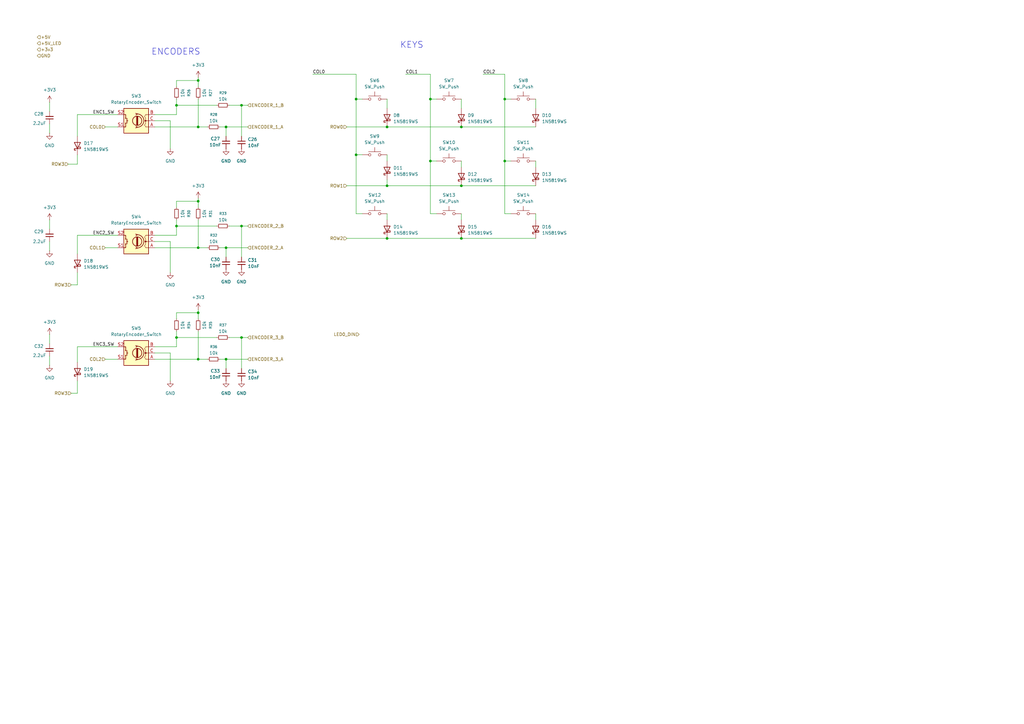
<source format=kicad_sch>
(kicad_sch (version 20250114) (generator "eeschema") (generator_version "9.0")
  (paper "A3")
  (lib_symbols
    (symbol "Device:C_Small" (pin_numbers (hide yes)) (pin_names (offset 0.254) (hide yes))
      (property "Reference" "C" (at 0.254 1.778 0))
      (property "Value" "C_Small" (at 0.254 -2.032 0))
      (symbol "C_Small_0_1"
        (polyline (pts (xy -1.524 0.508) (xy 1.524 0.508)) (stroke (width 0.3048)))
        (polyline (pts (xy -1.524 -0.508) (xy 1.524 -0.508)) (stroke (width 0.3302)))
      )
      (symbol "C_Small_1_1"
        (pin passive line (at 0 2.54 270) (length 2.032) (name "~") (number "1"))
        (pin passive line (at 0 -2.54 90) (length 2.032) (name "~") (number "2"))
      )
    )
    (symbol "Device:R_Small" (pin_numbers (hide yes)) (pin_names (offset 0.254) (hide yes))
      (property "Reference" "R" (at 0 0 90))
      (property "Value" "R_Small" (at 1.778 0 90))
      (symbol "R_Small_0_1"
        (rectangle (start -0.762 1.778) (end 0.762 -1.778) (stroke (width 0.2032)))
      )
      (symbol "R_Small_1_1"
        (pin passive line (at 0 2.54 270) (length 0.762) (name "~") (number "1"))
        (pin passive line (at 0 -2.54 90) (length 0.762) (name "~") (number "2"))
      )
    )
    (symbol "Device:RotaryEncoder_Switch" (pin_names (offset 0.254) (hide yes))
      (property "Reference" "SW" (at 0 6.604 0))
      (property "Value" "RotaryEncoder_Switch" (at 0 -6.604 0))
      (symbol "RotaryEncoder_Switch_0_1"
        (rectangle (start -5.08 5.08) (end 5.08 -5.08) (stroke (width 0.254)) (fill (type background)))
        (polyline (pts (xy -5.08 2.54) (xy -3.81 2.54) (xy -3.81 2.032)))
        (polyline (pts (xy -5.08 0) (xy -3.81 0) (xy -3.81 -1.016) (xy -3.302 -2.032)))
        (polyline (pts (xy -5.08 -2.54) (xy -3.81 -2.54) (xy -3.81 -2.032)))
        (polyline (pts (xy -4.318 0) (xy -3.81 0) (xy -3.81 1.016) (xy -3.302 2.032)))
        (circle (center -3.81 0) (radius 0.254) (fill (type outline)))
        (polyline (pts (xy -0.635 -1.778) (xy -0.635 1.778)) (stroke (width 0.254)))
        (circle (center -0.381 0) (radius 1.905) (stroke (width 0.254)))
        (polyline (pts (xy -0.381 -1.778) (xy -0.381 1.778)) (stroke (width 0.254)))
        (arc (start -0.381 -2.794) (mid -3.0988 -0.0635) (end -0.381 2.667) (stroke (width 0.254)))
        (polyline (pts (xy -0.127 1.778) (xy -0.127 -1.778)) (stroke (width 0.254)))
        (polyline (pts (xy 0.254 2.921) (xy -0.508 2.667) (xy 0.127 2.286)) (stroke (width 0.254)))
        (polyline (pts (xy 0.254 -3.048) (xy -0.508 -2.794) (xy 0.127 -2.413)) (stroke (width 0.254)))
        (polyline (pts (xy 3.81 1.016) (xy 3.81 -1.016)) (stroke (width 0.254)))
        (polyline (pts (xy 3.81 0) (xy 3.429 0)) (stroke (width 0.254)))
        (circle (center 4.318 1.016) (radius 0.127) (stroke (width 0.254)))
        (circle (center 4.318 -1.016) (radius 0.127) (stroke (width 0.254)))
        (polyline (pts (xy 5.08 2.54) (xy 4.318 2.54) (xy 4.318 1.016)) (stroke (width 0.254)))
        (polyline (pts (xy 5.08 -2.54) (xy 4.318 -2.54) (xy 4.318 -1.016)) (stroke (width 0.254)))
      )
      (symbol "RotaryEncoder_Switch_1_1"
        (pin passive line (at -7.62 2.54 0) (length 2.54) (name "A") (number "A"))
        (pin passive line (at -7.62 0 0) (length 2.54) (name "C") (number "C"))
        (pin passive line (at -7.62 -2.54 0) (length 2.54) (name "B") (number "B"))
        (pin passive line (at 7.62 2.54 180) (length 2.54) (name "S1") (number "S1"))
        (pin passive line (at 7.62 -2.54 180) (length 2.54) (name "S2") (number "S2"))
      )
    )
    (symbol "Diode:1N5819WS" (pin_numbers (hide yes)) (pin_names (offset 1.016) (hide yes))
      (property "Reference" "D" (at 0 2.54 0))
      (property "Value" "1N5819WS" (at 0 -2.54 0))
      (symbol "1N5819WS_0_1"
        (polyline (pts (xy -1.905 0.635) (xy -1.905 1.27) (xy -1.27 1.27) (xy -1.27 -1.27) (xy -0.635 -1.27) (xy -0.635 -0.635)) (stroke (width 0.254)))
        (polyline (pts (xy 1.27 1.27) (xy 1.27 -1.27) (xy -1.27 0) (xy 1.27 1.27)) (stroke (width 0.254)))
        (polyline (pts (xy 1.27 0) (xy -1.27 0)))
      )
      (symbol "1N5819WS_1_1"
        (pin passive line (at -3.81 0 0) (length 2.54) (name "K") (number "1"))
        (pin passive line (at 3.81 0 180) (length 2.54) (name "A") (number "2"))
      )
    )
    (symbol "Switch:SW_Push" (pin_numbers (hide yes)) (pin_names (offset 1.016) (hide yes))
      (property "Reference" "SW" (at 1.27 2.54 0))
      (property "Value" "SW_Push" (at 0 -1.524 0))
      (symbol "SW_Push_0_1"
        (circle (center -2.032 0) (radius 0.508))
        (polyline (pts (xy 0 1.27) (xy 0 3.048)))
        (circle (center 2.032 0) (radius 0.508))
        (polyline (pts (xy 2.54 1.27) (xy -2.54 1.27)))
        (pin passive line (at -5.08 0 0) (length 2.54) (name "1") (number "1"))
        (pin passive line (at 5.08 0 180) (length 2.54) (name "2") (number "2"))
      )
    )
    (symbol "power:+3V3" (power) (pin_numbers (hide yes)) (pin_names (offset 0) (hide yes))
      (property "Value" "+3V3" (at 0 3.556 0))
      (symbol "+3V3_0_1"
        (polyline (pts (xy -0.762 1.27) (xy 0 2.54)))
        (polyline (pts (xy 0 2.54) (xy 0.762 1.27)))
        (polyline (pts (xy 0 0) (xy 0 2.54)))
      )
      (symbol "+3V3_1_1"
        (pin power_in line (at 0 0 90) (length 0) (name "~") (number "1"))
      )
    )
    (symbol "power:GND" (power) (pin_numbers (hide yes)) (pin_names (offset 0) (hide yes))
      (property "Value" "GND" (at 0 -3.81 0))
      (symbol "GND_0_1"
        (polyline (pts (xy 0 0) (xy 0 -1.27) (xy 1.27 -1.27) (xy 0 -2.54) (xy -1.27 -1.27) (xy 0 -1.27)))
      )
      (symbol "GND_1_1"
        (pin power_in line (at 0 0 270) (length 0) (name "~") (number "1"))
      )
    )
  )
  (text "KEYS" (at 168.91 18.542 0) (effects (font (size 2.54 2.54))))
  (text "ENCODERS" (at 72.136 21.336 0) (effects (font (size 2.54 2.54))))
  (junction (at 189.23 52.07))
  (junction (at 99.06 43.18))
  (junction (at 72.39 43.18))
  (junction (at 81.28 147.32))
  (junction (at 81.28 128.27))
  (junction (at 176.53 66.04))
  (junction (at 189.23 76.2))
  (junction (at 81.28 52.07))
  (junction (at 92.71 147.32))
  (junction (at 99.06 92.71))
  (junction (at 158.75 76.2))
  (junction (at 92.71 101.6))
  (junction (at 189.23 97.79))
  (junction (at 207.01 66.04))
  (junction (at 72.39 138.43))
  (junction (at 146.05 63.5))
  (junction (at 146.05 40.64))
  (junction (at 158.75 52.07))
  (junction (at 81.28 33.02))
  (junction (at 92.71 52.07))
  (junction (at 99.06 138.43))
  (junction (at 81.28 82.55))
  (junction (at 81.28 101.6))
  (junction (at 72.39 92.71))
  (junction (at 176.53 40.64))
  (junction (at 158.75 97.79))
  (junction (at 207.01 40.64))
  (wire (pts (xy 63.5 96.52) (xy 72.39 96.52)))
  (wire (pts (xy 207.01 87.63) (xy 209.55 87.63)))
  (wire (pts (xy 63.5 99.06) (xy 69.85 99.06)))
  (wire (pts (xy 189.23 40.64) (xy 189.23 44.45)))
  (wire (pts (xy 81.28 128.27) (xy 81.28 130.81)))
  (wire (pts (xy 72.39 82.55) (xy 81.28 82.55)))
  (wire (pts (xy 81.28 52.07) (xy 85.09 52.07)))
  (wire (pts (xy 176.53 30.48) (xy 176.53 40.64)))
  (wire (pts (xy 63.5 101.6) (xy 81.28 101.6)))
  (wire (pts (xy 189.23 66.04) (xy 189.23 68.58)))
  (wire (pts (xy 146.05 30.48) (xy 146.05 40.64)))
  (wire (pts (xy 198.12 30.48) (xy 207.01 30.48)))
  (wire (pts (xy 29.21 161.29) (xy 31.75 161.29)))
  (wire (pts (xy 142.24 76.2) (xy 158.75 76.2)))
  (wire (pts (xy 81.28 128.27) (xy 81.28 127)))
  (wire (pts (xy 27.94 67.31) (xy 31.75 67.31)))
  (wire (pts (xy 176.53 66.04) (xy 179.07 66.04)))
  (wire (pts (xy 20.32 41.91) (xy 20.32 45.72)))
  (wire (pts (xy 92.71 147.32) (xy 92.71 151.13)))
  (wire (pts (xy 146.05 40.64) (xy 148.59 40.64)))
  (wire (pts (xy 189.23 76.2) (xy 219.71 76.2)))
  (wire (pts (xy 63.5 142.24) (xy 72.39 142.24)))
  (wire (pts (xy 92.71 101.6) (xy 92.71 105.41)))
  (wire (pts (xy 31.75 104.14) (xy 31.75 96.52)))
  (wire (pts (xy 81.28 33.02) (xy 81.28 31.75)))
  (wire (pts (xy 92.71 52.07) (xy 101.6 52.07)))
  (wire (pts (xy 31.75 111.76) (xy 31.75 116.84)))
  (wire (pts (xy 72.39 40.64) (xy 72.39 43.18)))
  (wire (pts (xy 72.39 92.71) (xy 88.9 92.71)))
  (wire (pts (xy 207.01 66.04) (xy 207.01 87.63)))
  (wire (pts (xy 90.17 52.07) (xy 92.71 52.07)))
  (wire (pts (xy 142.24 52.07) (xy 158.75 52.07)))
  (wire (pts (xy 93.98 138.43) (xy 99.06 138.43)))
  (wire (pts (xy 158.75 87.63) (xy 158.75 90.17)))
  (wire (pts (xy 31.75 55.88) (xy 31.75 46.99)))
  (wire (pts (xy 81.28 135.89) (xy 81.28 147.32)))
  (wire (pts (xy 43.18 101.6) (xy 48.26 101.6)))
  (wire (pts (xy 31.75 142.24) (xy 48.26 142.24)))
  (wire (pts (xy 93.98 43.18) (xy 99.06 43.18)))
  (wire (pts (xy 31.75 96.52) (xy 48.26 96.52)))
  (wire (pts (xy 63.5 144.78) (xy 69.85 144.78)))
  (wire (pts (xy 43.18 52.07) (xy 48.26 52.07)))
  (wire (pts (xy 31.75 116.84) (xy 29.21 116.84)))
  (wire (pts (xy 189.23 87.63) (xy 189.23 90.17)))
  (wire (pts (xy 189.23 97.79) (xy 219.71 97.79)))
  (wire (pts (xy 72.39 92.71) (xy 72.39 96.52)))
  (wire (pts (xy 166.37 30.48) (xy 176.53 30.48)))
  (wire (pts (xy 90.17 147.32) (xy 92.71 147.32)))
  (wire (pts (xy 146.05 40.64) (xy 146.05 63.5)))
  (wire (pts (xy 92.71 147.32) (xy 101.6 147.32)))
  (wire (pts (xy 146.05 87.63) (xy 148.59 87.63)))
  (wire (pts (xy 146.05 63.5) (xy 146.05 87.63)))
  (wire (pts (xy 72.39 85.09) (xy 72.39 82.55)))
  (wire (pts (xy 20.32 137.16) (xy 20.32 140.97)))
  (wire (pts (xy 31.75 142.24) (xy 31.75 148.59)))
  (wire (pts (xy 93.98 92.71) (xy 99.06 92.71)))
  (wire (pts (xy 20.32 50.8) (xy 20.32 54.61)))
  (wire (pts (xy 63.5 49.53) (xy 69.85 49.53)))
  (wire (pts (xy 92.71 101.6) (xy 101.6 101.6)))
  (wire (pts (xy 219.71 66.04) (xy 219.71 68.58)))
  (wire (pts (xy 158.75 73.66) (xy 158.75 76.2)))
  (wire (pts (xy 63.5 46.99) (xy 72.39 46.99)))
  (wire (pts (xy 72.39 128.27) (xy 81.28 128.27)))
  (wire (pts (xy 146.05 63.5) (xy 148.59 63.5)))
  (wire (pts (xy 72.39 33.02) (xy 81.28 33.02)))
  (wire (pts (xy 20.32 90.17) (xy 20.32 93.98)))
  (wire (pts (xy 69.85 144.78) (xy 69.85 156.21)))
  (wire (pts (xy 81.28 82.55) (xy 81.28 81.28)))
  (wire (pts (xy 20.32 146.05) (xy 20.32 149.86)))
  (wire (pts (xy 31.75 46.99) (xy 48.26 46.99)))
  (wire (pts (xy 90.17 101.6) (xy 92.71 101.6)))
  (wire (pts (xy 207.01 30.48) (xy 207.01 40.64)))
  (wire (pts (xy 158.75 40.64) (xy 158.75 44.45)))
  (wire (pts (xy 72.39 138.43) (xy 88.9 138.43)))
  (wire (pts (xy 158.75 97.79) (xy 189.23 97.79)))
  (wire (pts (xy 99.06 138.43) (xy 99.06 151.13)))
  (wire (pts (xy 63.5 52.07) (xy 81.28 52.07)))
  (wire (pts (xy 99.06 43.18) (xy 99.06 55.88)))
  (wire (pts (xy 31.75 67.31) (xy 31.75 63.5)))
  (wire (pts (xy 81.28 90.17) (xy 81.28 101.6)))
  (wire (pts (xy 81.28 147.32) (xy 85.09 147.32)))
  (wire (pts (xy 128.27 30.48) (xy 146.05 30.48)))
  (wire (pts (xy 176.53 87.63) (xy 179.07 87.63)))
  (wire (pts (xy 99.06 92.71) (xy 99.06 105.41)))
  (wire (pts (xy 81.28 33.02) (xy 81.28 35.56)))
  (wire (pts (xy 207.01 40.64) (xy 207.01 66.04)))
  (wire (pts (xy 72.39 35.56) (xy 72.39 33.02)))
  (wire (pts (xy 20.32 99.06) (xy 20.32 102.87)))
  (wire (pts (xy 189.23 52.07) (xy 219.71 52.07)))
  (wire (pts (xy 207.01 66.04) (xy 209.55 66.04)))
  (wire (pts (xy 63.5 147.32) (xy 81.28 147.32)))
  (wire (pts (xy 158.75 52.07) (xy 189.23 52.07)))
  (wire (pts (xy 72.39 43.18) (xy 72.39 46.99)))
  (wire (pts (xy 72.39 90.17) (xy 72.39 92.71)))
  (wire (pts (xy 72.39 135.89) (xy 72.39 138.43)))
  (wire (pts (xy 81.28 40.64) (xy 81.28 52.07)))
  (wire (pts (xy 81.28 82.55) (xy 81.28 85.09)))
  (wire (pts (xy 92.71 52.07) (xy 92.71 55.88)))
  (wire (pts (xy 99.06 138.43) (xy 101.6 138.43)))
  (wire (pts (xy 176.53 40.64) (xy 179.07 40.64)))
  (wire (pts (xy 43.18 147.32) (xy 48.26 147.32)))
  (wire (pts (xy 69.85 99.06) (xy 69.85 111.76)))
  (wire (pts (xy 69.85 49.53) (xy 69.85 60.96)))
  (wire (pts (xy 158.75 63.5) (xy 158.75 66.04)))
  (wire (pts (xy 99.06 43.18) (xy 101.6 43.18)))
  (wire (pts (xy 219.71 87.63) (xy 219.71 90.17)))
  (wire (pts (xy 176.53 66.04) (xy 176.53 87.63)))
  (wire (pts (xy 31.75 156.21) (xy 31.75 161.29)))
  (wire (pts (xy 81.28 101.6) (xy 85.09 101.6)))
  (wire (pts (xy 99.06 92.71) (xy 101.6 92.71)))
  (wire (pts (xy 176.53 40.64) (xy 176.53 66.04)))
  (wire (pts (xy 142.24 97.79) (xy 158.75 97.79)))
  (wire (pts (xy 72.39 130.81) (xy 72.39 128.27)))
  (wire (pts (xy 219.71 40.64) (xy 219.71 44.45)))
  (wire (pts (xy 158.75 76.2) (xy 189.23 76.2)))
  (wire (pts (xy 72.39 138.43) (xy 72.39 142.24)))
  (wire (pts (xy 207.01 40.64) (xy 209.55 40.64)))
  (wire (pts (xy 72.39 43.18) (xy 88.9 43.18)))
  (label "COL1" (at 166.37 30.48 0))
  (label "COL0" (at 128.27 30.48 0))
  (label "ENC2_SW" (at 38.1 96.52 0))
  (label "ENC3_SW" (at 38.1 142.24 0))
  (label "COL2" (at 198.12 30.48 0))
  (label "ENC1_SW" (at 38.1 46.99 0))
  (hierarchical_label "ENCODER_1_B" (shape input) (at 101.6 43.18 0))
  (hierarchical_label "ENCODER_3_A" (shape input) (at 101.6 147.32 0))
  (hierarchical_label "COL0" (shape input) (at 43.18 52.07 180))
  (hierarchical_label "ROW2" (shape input) (at 142.24 97.79 180))
  (hierarchical_label "ENCODER_2_A" (shape input) (at 101.6 101.6 0))
  (hierarchical_label "ENCODER_2_B" (shape input) (at 101.6 92.71 0))
  (hierarchical_label "GND" (shape input) (at 15.24 22.86 0))
  (hierarchical_label "ROW3" (shape input) (at 27.94 67.31 180))
  (hierarchical_label "COL2" (shape input) (at 43.18 147.32 180))
  (hierarchical_label "ROW3" (shape input) (at 29.21 116.84 180))
  (hierarchical_label "ENCODER_3_B" (shape input) (at 101.6 138.43 0))
  (hierarchical_label "+3v3" (shape input) (at 15.24 20.32 0))
  (hierarchical_label "LED0_DIN" (shape input) (at 147.32 137.16 180))
  (hierarchical_label "COL1" (shape input) (at 43.18 101.6 180))
  (hierarchical_label "+5V" (shape input) (at 15.24 15.24 0))
  (hierarchical_label "ENCODER_1_A" (shape input) (at 101.6 52.07 0))
  (hierarchical_label "+5V_LED" (shape input) (at 15.24 17.78 0))
  (hierarchical_label "ROW0" (shape input) (at 142.24 52.07 180))
  (hierarchical_label "ROW1" (shape input) (at 142.24 76.2 180))
  (hierarchical_label "ROW3" (shape input) (at 29.21 161.29 180))
  (symbol (lib_id "Switch:SW_Push") (at 214.63 87.63 0) (unit 1)
    (property "Reference" "SW14" (at 214.63 80.01 0))
    (property "Value" "SW_Push" (at 214.63 82.55 0))
    (property "Description" "Push button switch, generic, two pins" (effects (hide yes)))
  )
  (symbol (lib_id "Device:RotaryEncoder_Switch") (at 55.88 49.53 180) (unit 1)
    (property "Reference" "SW3" (at 55.88 39.37 0))
    (property "Value" "RotaryEncoder_Switch" (at 55.88 41.91 0))
    (property "Description" "Rotary encoder, dual channel, incremental quadrate outputs, with switch" (effects (hide yes)))
  )
  (symbol (lib_id "Diode:1N5819WS") (at 189.23 48.26 90) (unit 1)
    (property "Reference" "D9" (at 191.77 47.3074 90) (effects (justify right)))
    (property "Value" "1N5819WS" (at 191.77 49.8474 90) (effects (justify right)))
    (property "Footprint" "Diode_SMD:D_SOD-323" (effects (hide yes)))
    (property "Datasheet" "https://datasheet.lcsc.com/lcsc/2204281430_Guangdong-Hottech-1N5819WS_C191023.pdf" (effects (hide yes)))
    (property "Description" "40V 600mV@1A 1A SOD-323 Schottky Barrier Diodes, SOD-323" (effects (hide yes)))
  )
  (symbol (lib_id "power:GND") (at 99.06 110.49 0) (unit 1)
    (property "Reference" "#PWR062" (effects (hide yes)))
    (property "Value" "GND" (at 99.06 115.57 0))
    (property "Description" "Power symbol creates a global label with name \"GND\" , ground" (effects (hide yes)))
  )
  (symbol (lib_id "Device:R_Small") (at 91.44 92.71 90) (unit 1)
    (property "Reference" "R33" (at 91.44 87.63 90) (effects (font (size 1.016 1.016))))
    (property "Value" "10k" (at 91.44 90.17 90))
    (property "Description" "Resistor, small symbol" (effects (hide yes)))
  )
  (symbol (lib_id "Switch:SW_Push") (at 214.63 40.64 0) (unit 1)
    (property "Reference" "SW8" (at 214.63 33.02 0))
    (property "Value" "SW_Push" (at 214.63 35.56 0))
    (property "Description" "Push button switch, generic, two pins" (effects (hide yes)))
  )
  (symbol (lib_id "Device:R_Small") (at 72.39 133.35 0) (unit 1)
    (property "Reference" "R34" (at 77.47 133.35 90) (effects (font (size 1.016 1.016))))
    (property "Value" "10k" (at 74.93 133.35 90))
    (property "Description" "Resistor, small symbol" (effects (hide yes)))
  )
  (symbol (lib_id "power:+3V3") (at 20.32 137.16 0) (unit 1)
    (property "Reference" "#PWR063" (effects (hide yes)))
    (property "Value" "+3V3" (at 20.32 132.08 0))
    (property "Description" "Power symbol creates a global label with name \"+3V3\"" (effects (hide yes)))
  )
  (symbol (lib_id "power:GND") (at 92.71 110.49 0) (unit 1)
    (property "Reference" "#PWR061" (effects (hide yes)))
    (property "Value" "GND" (at 92.71 115.57 0))
    (property "Description" "Power symbol creates a global label with name \"GND\" , ground" (effects (hide yes)))
  )
  (symbol (lib_id "Switch:SW_Push") (at 153.67 40.64 0) (unit 1)
    (property "Reference" "SW6" (at 153.67 33.02 0))
    (property "Value" "SW_Push" (at 153.67 35.56 0))
    (property "Description" "Push button switch, generic, two pins" (effects (hide yes)))
  )
  (symbol (lib_id "Diode:1N5819WS") (at 189.23 72.39 90) (unit 1)
    (property "Reference" "D12" (at 191.77 71.4374 90) (effects (justify right)))
    (property "Value" "1N5819WS" (at 191.77 73.9774 90) (effects (justify right)))
    (property "Footprint" "Diode_SMD:D_SOD-323" (effects (hide yes)))
    (property "Datasheet" "https://datasheet.lcsc.com/lcsc/2204281430_Guangdong-Hottech-1N5819WS_C191023.pdf" (effects (hide yes)))
    (property "Description" "40V 600mV@1A 1A SOD-323 Schottky Barrier Diodes, SOD-323" (effects (hide yes)))
  )
  (symbol (lib_id "Device:R_Small") (at 91.44 138.43 90) (unit 1)
    (property "Reference" "R37" (at 91.44 133.35 90) (effects (font (size 1.016 1.016))))
    (property "Value" "10k" (at 91.44 135.89 90))
    (property "Description" "Resistor, small symbol" (effects (hide yes)))
  )
  (symbol (lib_id "power:+3V3") (at 20.32 41.91 0) (unit 1)
    (property "Reference" "#PWR055" (effects (hide yes)))
    (property "Value" "+3V3" (at 20.32 36.83 0))
    (property "Description" "Power symbol creates a global label with name \"+3V3\"" (effects (hide yes)))
  )
  (symbol (lib_id "Device:R_Small") (at 87.63 101.6 90) (unit 1)
    (property "Reference" "R32" (at 87.63 96.52 90) (effects (font (size 1.016 1.016))))
    (property "Value" "10k" (at 87.63 99.06 90))
    (property "Description" "Resistor, small symbol" (effects (hide yes)))
  )
  (symbol (lib_id "power:GND") (at 69.85 111.76 0) (unit 1)
    (property "Reference" "#PWR059" (effects (hide yes)))
    (property "Value" "GND" (at 69.85 116.84 0))
    (property "Description" "Power symbol creates a global label with name \"GND\" , ground" (effects (hide yes)))
  )
  (symbol (lib_id "Device:C_Small") (at 99.06 153.67 0) (unit 1)
    (property "Reference" "C34" (at 101.6 152.4062 0) (effects (justify left)))
    (property "Value" "10nF" (at 101.6 154.9462 0) (effects (justify left)))
    (property "Description" "Unpolarized capacitor, small symbol" (effects (hide yes)))
  )
  (symbol (lib_id "Diode:1N5819WS") (at 219.71 72.39 90) (unit 1)
    (property "Reference" "D13" (at 222.25 71.4374 90) (effects (justify right)))
    (property "Value" "1N5819WS" (at 222.25 73.9774 90) (effects (justify right)))
    (property "Footprint" "Diode_SMD:D_SOD-323" (effects (hide yes)))
    (property "Datasheet" "https://datasheet.lcsc.com/lcsc/2204281430_Guangdong-Hottech-1N5819WS_C191023.pdf" (effects (hide yes)))
    (property "Description" "40V 600mV@1A 1A SOD-323 Schottky Barrier Diodes, SOD-323" (effects (hide yes)))
  )
  (symbol (lib_id "power:+3V3") (at 81.28 81.28 0) (unit 1)
    (property "Reference" "#PWR060" (effects (hide yes)))
    (property "Value" "+3V3" (at 81.28 76.2 0))
    (property "Description" "Power symbol creates a global label with name \"+3V3\"" (effects (hide yes)))
  )
  (symbol (lib_id "Device:C_Small") (at 92.71 107.95 180) (unit 1)
    (property "Reference" "C30" (at 86.36 106.426 0) (effects (justify right)))
    (property "Value" "10nF" (at 85.852 108.966 0) (effects (justify right)))
    (property "Description" "Unpolarized capacitor, small symbol" (effects (hide yes)))
  )
  (symbol (lib_id "Device:C_Small") (at 20.32 143.51 180) (unit 1)
    (property "Reference" "C32" (at 13.97 141.986 0) (effects (justify right)))
    (property "Value" "2.2uF" (at 13.462 145.796 0) (effects (justify right)))
    (property "Description" "Unpolarized capacitor, small symbol" (effects (hide yes)))
  )
  (symbol (lib_id "Device:C_Small") (at 92.71 58.42 180) (unit 1)
    (property "Reference" "C27" (at 86.36 56.896 0) (effects (justify right)))
    (property "Value" "10nF" (at 85.852 59.436 0) (effects (justify right)))
    (property "Description" "Unpolarized capacitor, small symbol" (effects (hide yes)))
  )
  (symbol (lib_id "Device:R_Small") (at 81.28 87.63 0) (unit 1)
    (property "Reference" "R31" (at 86.36 87.63 90) (effects (font (size 1.016 1.016))))
    (property "Value" "10k" (at 83.82 87.63 90))
    (property "Description" "Resistor, small symbol" (effects (hide yes)))
  )
  (symbol (lib_id "Diode:1N5819WS") (at 219.71 48.26 90) (unit 1)
    (property "Reference" "D10" (at 222.25 47.3074 90) (effects (justify right)))
    (property "Value" "1N5819WS" (at 222.25 49.8474 90) (effects (justify right)))
    (property "Footprint" "Diode_SMD:D_SOD-323" (effects (hide yes)))
    (property "Datasheet" "https://datasheet.lcsc.com/lcsc/2204281430_Guangdong-Hottech-1N5819WS_C191023.pdf" (effects (hide yes)))
    (property "Description" "40V 600mV@1A 1A SOD-323 Schottky Barrier Diodes, SOD-323" (effects (hide yes)))
  )
  (symbol (lib_id "Device:R_Small") (at 72.39 87.63 0) (unit 1)
    (property "Reference" "R30" (at 77.47 87.63 90) (effects (font (size 1.016 1.016))))
    (property "Value" "10k" (at 74.93 87.63 90))
    (property "Description" "Resistor, small symbol" (effects (hide yes)))
  )
  (symbol (lib_id "power:+3V3") (at 81.28 31.75 0) (unit 1)
    (property "Reference" "#PWR052" (effects (hide yes)))
    (property "Value" "+3V3" (at 81.28 26.67 0))
    (property "Description" "Power symbol creates a global label with name \"+3V3\"" (effects (hide yes)))
  )
  (symbol (lib_id "power:GND") (at 20.32 54.61 0) (unit 1)
    (property "Reference" "#PWR056" (effects (hide yes)))
    (property "Value" "GND" (at 20.32 59.69 0))
    (property "Description" "Power symbol creates a global label with name \"GND\" , ground" (effects (hide yes)))
  )
  (symbol (lib_id "power:+3V3") (at 81.28 127 0) (unit 1)
    (property "Reference" "#PWR066" (effects (hide yes)))
    (property "Value" "+3V3" (at 81.28 121.92 0))
    (property "Description" "Power symbol creates a global label with name \"+3V3\"" (effects (hide yes)))
  )
  (symbol (lib_id "Switch:SW_Push") (at 184.15 40.64 0) (unit 1)
    (property "Reference" "SW7" (at 184.15 33.02 0))
    (property "Value" "SW_Push" (at 184.15 35.56 0))
    (property "Description" "Push button switch, generic, two pins" (effects (hide yes)))
  )
  (symbol (lib_id "Device:C_Small") (at 99.06 58.42 0) (unit 1)
    (property "Reference" "C26" (at 101.6 57.1562 0) (effects (justify left)))
    (property "Value" "10nF" (at 101.6 59.6962 0) (effects (justify left)))
    (property "Description" "Unpolarized capacitor, small symbol" (effects (hide yes)))
  )
  (symbol (lib_id "Switch:SW_Push") (at 153.67 87.63 0) (unit 1)
    (property "Reference" "SW12" (at 153.67 80.01 0))
    (property "Value" "SW_Push" (at 153.67 82.55 0))
    (property "Description" "Push button switch, generic, two pins" (effects (hide yes)))
  )
  (symbol (lib_id "Device:C_Small") (at 20.32 48.26 180) (unit 1)
    (property "Reference" "C28" (at 13.97 46.736 0) (effects (justify right)))
    (property "Value" "2.2uF" (at 13.462 50.546 0) (effects (justify right)))
    (property "Description" "Unpolarized capacitor, small symbol" (effects (hide yes)))
  )
  (symbol (lib_id "Switch:SW_Push") (at 214.63 66.04 0) (unit 1)
    (property "Reference" "SW11" (at 214.63 58.42 0))
    (property "Value" "SW_Push" (at 214.63 60.96 0))
    (property "Description" "Push button switch, generic, two pins" (effects (hide yes)))
  )
  (symbol (lib_id "power:GND") (at 92.71 156.21 0) (unit 1)
    (property "Reference" "#PWR067" (effects (hide yes)))
    (property "Value" "GND" (at 92.71 161.29 0))
    (property "Description" "Power symbol creates a global label with name \"GND\" , ground" (effects (hide yes)))
  )
  (symbol (lib_id "power:GND") (at 20.32 102.87 0) (unit 1)
    (property "Reference" "#PWR058" (effects (hide yes)))
    (property "Value" "GND" (at 20.32 107.95 0))
    (property "Description" "Power symbol creates a global label with name \"GND\" , ground" (effects (hide yes)))
  )
  (symbol (lib_id "Diode:1N5819WS") (at 31.75 59.69 90) (unit 1)
    (property "Reference" "D17" (at 34.29 58.7374 90) (effects (justify right)))
    (property "Value" "1N5819WS" (at 34.29 61.2774 90) (effects (justify right)))
    (property "Footprint" "Diode_SMD:D_SOD-323" (effects (hide yes)))
    (property "Datasheet" "https://datasheet.lcsc.com/lcsc/2204281430_Guangdong-Hottech-1N5819WS_C191023.pdf" (effects (hide yes)))
    (property "Description" "40V 600mV@1A 1A SOD-323 Schottky Barrier Diodes, SOD-323" (effects (hide yes)))
  )
  (symbol (lib_id "Device:R_Small") (at 87.63 52.07 90) (unit 1)
    (property "Reference" "R28" (at 87.63 46.99 90) (effects (font (size 1.016 1.016))))
    (property "Value" "10k" (at 87.63 49.53 90))
    (property "Description" "Resistor, small symbol" (effects (hide yes)))
  )
  (symbol (lib_id "Device:R_Small") (at 87.63 147.32 90) (unit 1)
    (property "Reference" "R36" (at 87.63 142.24 90) (effects (font (size 1.016 1.016))))
    (property "Value" "10k" (at 87.63 144.78 90))
    (property "Description" "Resistor, small symbol" (effects (hide yes)))
  )
  (symbol (lib_id "Switch:SW_Push") (at 153.67 63.5 0) (unit 1)
    (property "Reference" "SW9" (at 153.67 55.88 0))
    (property "Value" "SW_Push" (at 153.67 58.42 0))
    (property "Description" "Push button switch, generic, two pins" (effects (hide yes)))
  )
  (symbol (lib_id "power:GND") (at 99.06 60.96 0) (unit 1)
    (property "Reference" "#PWR054" (effects (hide yes)))
    (property "Value" "GND" (at 99.06 66.04 0))
    (property "Description" "Power symbol creates a global label with name \"GND\" , ground" (effects (hide yes)))
  )
  (symbol (lib_id "Diode:1N5819WS") (at 158.75 93.98 90) (unit 1)
    (property "Reference" "D14" (at 161.29 93.0274 90) (effects (justify right)))
    (property "Value" "1N5819WS" (at 161.29 95.5674 90) (effects (justify right)))
    (property "Footprint" "Diode_SMD:D_SOD-323" (effects (hide yes)))
    (property "Datasheet" "https://datasheet.lcsc.com/lcsc/2204281430_Guangdong-Hottech-1N5819WS_C191023.pdf" (effects (hide yes)))
    (property "Description" "40V 600mV@1A 1A SOD-323 Schottky Barrier Diodes, SOD-323" (effects (hide yes)))
  )
  (symbol (lib_id "power:+3V3") (at 20.32 90.17 0) (unit 1)
    (property "Reference" "#PWR057" (effects (hide yes)))
    (property "Value" "+3V3" (at 20.32 85.09 0))
    (property "Description" "Power symbol creates a global label with name \"+3V3\"" (effects (hide yes)))
  )
  (symbol (lib_id "Diode:1N5819WS") (at 31.75 152.4 90) (unit 1)
    (property "Reference" "D19" (at 34.29 151.4474 90) (effects (justify right)))
    (property "Value" "1N5819WS" (at 34.29 153.9874 90) (effects (justify right)))
    (property "Footprint" "Diode_SMD:D_SOD-323" (effects (hide yes)))
    (property "Datasheet" "https://datasheet.lcsc.com/lcsc/2204281430_Guangdong-Hottech-1N5819WS_C191023.pdf" (effects (hide yes)))
    (property "Description" "40V 600mV@1A 1A SOD-323 Schottky Barrier Diodes, SOD-323" (effects (hide yes)))
  )
  (symbol (lib_id "Device:R_Small") (at 81.28 133.35 0) (unit 1)
    (property "Reference" "R35" (at 86.36 133.35 90) (effects (font (size 1.016 1.016))))
    (property "Value" "10k" (at 83.82 133.35 90))
    (property "Description" "Resistor, small symbol" (effects (hide yes)))
  )
  (symbol (lib_id "power:GND") (at 20.32 149.86 0) (unit 1)
    (property "Reference" "#PWR064" (effects (hide yes)))
    (property "Value" "GND" (at 20.32 154.94 0))
    (property "Description" "Power symbol creates a global label with name \"GND\" , ground" (effects (hide yes)))
  )
  (symbol (lib_id "Device:C_Small") (at 20.32 96.52 180) (unit 1)
    (property "Reference" "C29" (at 13.97 94.996 0) (effects (justify right)))
    (property "Value" "2.2uF" (at 13.462 99.06 0) (effects (justify right)))
    (property "Description" "Unpolarized capacitor, small symbol" (effects (hide yes)))
  )
  (symbol (lib_id "Device:R_Small") (at 72.39 38.1 0) (unit 1)
    (property "Reference" "R26" (at 77.47 38.1 90) (effects (font (size 1.016 1.016))))
    (property "Value" "10k" (at 74.93 38.1 90))
    (property "Description" "Resistor, small symbol" (effects (hide yes)))
  )
  (symbol (lib_id "Switch:SW_Push") (at 184.15 87.63 0) (unit 1)
    (property "Reference" "SW13" (at 184.15 80.01 0))
    (property "Value" "SW_Push" (at 184.15 82.55 0))
    (property "Description" "Push button switch, generic, two pins" (effects (hide yes)))
  )
  (symbol (lib_id "Diode:1N5819WS") (at 31.75 107.95 90) (unit 1)
    (property "Reference" "D18" (at 34.29 106.9974 90) (effects (justify right)))
    (property "Value" "1N5819WS" (at 34.29 109.5374 90) (effects (justify right)))
    (property "Footprint" "Diode_SMD:D_SOD-323" (effects (hide yes)))
    (property "Datasheet" "https://datasheet.lcsc.com/lcsc/2204281430_Guangdong-Hottech-1N5819WS_C191023.pdf" (effects (hide yes)))
    (property "Description" "40V 600mV@1A 1A SOD-323 Schottky Barrier Diodes, SOD-323" (effects (hide yes)))
  )
  (symbol (lib_id "power:GND") (at 92.71 60.96 0) (unit 1)
    (property "Reference" "#PWR053" (effects (hide yes)))
    (property "Value" "GND" (at 92.71 66.04 0))
    (property "Description" "Power symbol creates a global label with name \"GND\" , ground" (effects (hide yes)))
  )
  (symbol (lib_id "Device:RotaryEncoder_Switch") (at 55.88 99.06 180) (unit 1)
    (property "Reference" "SW4" (at 55.88 88.9 0))
    (property "Value" "RotaryEncoder_Switch" (at 55.88 91.44 0))
    (property "Description" "Rotary encoder, dual channel, incremental quadrate outputs, with switch" (effects (hide yes)))
  )
  (symbol (lib_id "Device:R_Small") (at 91.44 43.18 90) (unit 1)
    (property "Reference" "R29" (at 91.44 38.1 90) (effects (font (size 1.016 1.016))))
    (property "Value" "10k" (at 91.44 40.64 90))
    (property "Description" "Resistor, small symbol" (effects (hide yes)))
  )
  (symbol (lib_id "Diode:1N5819WS") (at 158.75 69.85 90) (unit 1)
    (property "Reference" "D11" (at 161.29 68.8974 90) (effects (justify right)))
    (property "Value" "1N5819WS" (at 161.29 71.4374 90) (effects (justify right)))
    (property "Footprint" "Diode_SMD:D_SOD-323" (effects (hide yes)))
    (property "Datasheet" "https://datasheet.lcsc.com/lcsc/2204281430_Guangdong-Hottech-1N5819WS_C191023.pdf" (effects (hide yes)))
    (property "Description" "40V 600mV@1A 1A SOD-323 Schottky Barrier Diodes, SOD-323" (effects (hide yes)))
  )
  (symbol (lib_id "power:GND") (at 99.06 156.21 0) (unit 1)
    (property "Reference" "#PWR068" (effects (hide yes)))
    (property "Value" "GND" (at 99.06 161.29 0))
    (property "Description" "Power symbol creates a global label with name \"GND\" , ground" (effects (hide yes)))
  )
  (symbol (lib_id "Diode:1N5819WS") (at 189.23 93.98 90) (unit 1)
    (property "Reference" "D15" (at 191.77 93.0274 90) (effects (justify right)))
    (property "Value" "1N5819WS" (at 191.77 95.5674 90) (effects (justify right)))
    (property "Footprint" "Diode_SMD:D_SOD-323" (effects (hide yes)))
    (property "Datasheet" "https://datasheet.lcsc.com/lcsc/2204281430_Guangdong-Hottech-1N5819WS_C191023.pdf" (effects (hide yes)))
    (property "Description" "40V 600mV@1A 1A SOD-323 Schottky Barrier Diodes, SOD-323" (effects (hide yes)))
  )
  (symbol (lib_id "Diode:1N5819WS") (at 158.75 48.26 90) (unit 1)
    (property "Reference" "D8" (at 161.29 47.3074 90) (effects (justify right)))
    (property "Value" "1N5819WS" (at 161.29 49.8474 90) (effects (justify right)))
    (property "Footprint" "Diode_SMD:D_SOD-323" (effects (hide yes)))
    (property "Datasheet" "https://datasheet.lcsc.com/lcsc/2204281430_Guangdong-Hottech-1N5819WS_C191023.pdf" (effects (hide yes)))
    (property "Description" "40V 600mV@1A 1A SOD-323 Schottky Barrier Diodes, SOD-323" (effects (hide yes)))
  )
  (symbol (lib_id "Switch:SW_Push") (at 184.15 66.04 0) (unit 1)
    (property "Reference" "SW10" (at 184.15 58.42 0))
    (property "Value" "SW_Push" (at 184.15 60.96 0))
    (property "Description" "Push button switch, generic, two pins" (effects (hide yes)))
  )
  (symbol (lib_id "Device:RotaryEncoder_Switch") (at 55.88 144.78 180) (unit 1)
    (property "Reference" "SW5" (at 55.88 134.62 0))
    (property "Value" "RotaryEncoder_Switch" (at 55.88 137.16 0))
    (property "Description" "Rotary encoder, dual channel, incremental quadrate outputs, with switch" (effects (hide yes)))
  )
  (symbol (lib_id "Diode:1N5819WS") (at 219.71 93.98 90) (unit 1)
    (property "Reference" "D16" (at 222.25 93.0274 90) (effects (justify right)))
    (property "Value" "1N5819WS" (at 222.25 95.5674 90) (effects (justify right)))
    (property "Footprint" "Diode_SMD:D_SOD-323" (effects (hide yes)))
    (property "Datasheet" "https://datasheet.lcsc.com/lcsc/2204281430_Guangdong-Hottech-1N5819WS_C191023.pdf" (effects (hide yes)))
    (property "Description" "40V 600mV@1A 1A SOD-323 Schottky Barrier Diodes, SOD-323" (effects (hide yes)))
  )
  (symbol (lib_id "Device:C_Small") (at 99.06 107.95 0) (unit 1)
    (property "Reference" "C31" (at 101.6 106.6862 0) (effects (justify left)))
    (property "Value" "10nF" (at 101.6 109.2262 0) (effects (justify left)))
    (property "Description" "Unpolarized capacitor, small symbol" (effects (hide yes)))
  )
  (symbol (lib_id "power:GND") (at 69.85 156.21 0) (unit 1)
    (property "Reference" "#PWR065" (effects (hide yes)))
    (property "Value" "GND" (at 69.85 161.29 0))
    (property "Description" "Power symbol creates a global label with name \"GND\" , ground" (effects (hide yes)))
  )
  (symbol (lib_id "Device:R_Small") (at 81.28 38.1 0) (unit 1)
    (property "Reference" "R27" (at 86.36 38.1 90) (effects (font (size 1.016 1.016))))
    (property "Value" "10k" (at 83.82 38.1 90))
    (property "Description" "Resistor, small symbol" (effects (hide yes)))
  )
  (symbol (lib_id "Device:C_Small") (at 92.71 153.67 180) (unit 1)
    (property "Reference" "C33" (at 86.36 152.146 0) (effects (justify right)))
    (property "Value" "10nF" (at 85.852 154.686 0) (effects (justify right)))
    (property "Description" "Unpolarized capacitor, small symbol" (effects (hide yes)))
  )
  (symbol (lib_id "power:GND") (at 69.85 60.96 0) (unit 1)
    (property "Reference" "#PWR051" (effects (hide yes)))
    (property "Value" "GND" (at 69.85 66.04 0))
    (property "Description" "Power symbol creates a global label with name \"GND\" , ground" (effects (hide yes)))
  )
)
</source>
